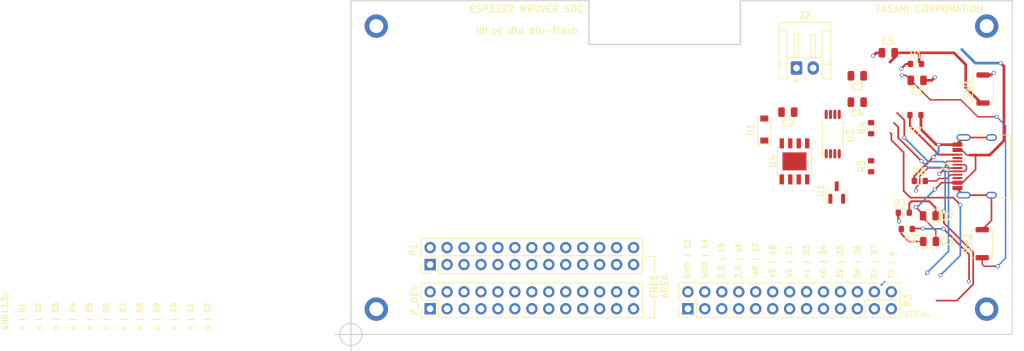
<source format=kicad_pcb>
(kicad_pcb (version 20211014) (generator pcbnew)
  (title_block (title "S2.1"))
  (layers (0 "F.Cu" signal) (1 "In1.Cu" signal) (2 "In2.Cu" signal) (31 "B.Cu" signal) (34 "B.Paste" user) (35 "F.Paste" user) (36 "B.SilkS" user "B.Silkscreen") (37 "F.SilkS" user "F.Silkscreen") (38 "B.Mask" user) (39 "F.Mask" user) (44 "Edge.Cuts" user))
  (net 0 "")
  (net 1 "GND")
  (net 2 "Net-(J1-PadA6)")
  (net 3 "Net-(J1-PadB5)")
  (net 5 "Net-(J1-PadA7)")
  (net 6 "Net-(J1-PadA5)")
  (net 8 "VBUS")
  (net 9 "BAT+")
  (net 10 "Net-(R4-Pad1)")
  (net 12 "BOOT_MODE")
  (net 13 "Net-(C5-Pad2)")
  (net 14 "Net-(R5-Pad1)")
  (net 15 "Net-(R2-Pad2)")
  (net 16 "Net-(R3-Pad2)")
  (net 18 "Net-(D3-Pad1)")
  (net 19 "Net-(D2-Pad1)")
  (net 20 "/3.3v")
  (net 21 "/IO01")
  (net 22 "/IO02")
  (net 23 "/IO03")
  (net 24 "/IO04")
  (net 25 "/IO05")
  (net 26 "/IO06")
  (net 27 "/IO07")
  (net 28 "/IO08")
  (net 29 "/IO09")
  (net 30 "/IO10")
  (net 31 "/IO11")
  (net 32 "/IO12")
  (net 33 "/IO13")
  (net 34 "/IO14")
  (net 35 "/IO15")
  (net 36 "/IO16")
  (net 37 "/IO17")
  (net 38 "/IO18")
  (net 39 "/IO21")
  (net 40 "/IO33")
  (net 41 "/IO34")
  (net 42 "/IO35")
  (net 43 "/IO36")
  (net 44 "/IO37")
  (net 45 "/IO38")
  (net 46 "/IO39")
  (net 47 "/IO40")
  (net 48 "/IO41")
  (net 49 "/IO42")
  (net 50 "/TX")
  (net 51 "/RX")
  (net 52 "/IO45")
  (net 53 "/IO46")
  (net 67 "VIN")
  (net 68 "Net-(D1-Pad1)")
  (footprint "Mounting_Holes:MountingHole_3-5mm" (layer "F.Cu") (at 191.76 117.33)
    (fp_text reference "MK2" hide)
    (fp_text value "Mounting_Hole" hide)
    (pad "" thru_hole circle locked (at 0 0) (size 3.5 3.5) (drill 2.1) (layers *.Cu *.Mask))
  )
  (footprint "Mounting_Holes:MountingHole_3-5mm" (layer "F.Cu") (at 100.32 117.33)
    (fp_text reference "MK1" hide)
    (fp_text value "Mounting_Hole" hide)
    (pad "" thru_hole circle locked (at 0 0) (size 3.5 3.5) (drill 2.1) (layers *.Cu *.Mask))
  )
  (footprint "Mounting_Holes:MountingHole_3-5mm" (layer "F.Cu") (at 100.32 74.93)
    (fp_text reference "MK2" hide)
    (fp_text value "Mounting_Hole" hide)
    (pad "" thru_hole circle locked (at 0 0) (size 3.5 3.5) (drill 2.1) (layers *.Cu *.Mask))
  )
  (footprint "Mounting_Holes:MountingHole_3-5mm" (layer "F.Cu") (at 191.77 74.93)
    (fp_text reference "MK3" hide)
    (fp_text value "Mounting_Hole" hide)
    (pad "" thru_hole circle locked (at 0 0) (size 3.5 3.5) (drill 2.1) (layers *.Cu *.Mask))
  )
  (footprint "Resistor_SMD:R_0603_1608Metric" (layer "F.Cu") (at 179.345 102.88 180)
    (fp_text reference "R2" (at -0.975 -3.875) (layer "F.SilkS"))
    (fp_text value "1K")
    (fp_line (start -0.237258 0.5225) (end 0.237258 0.5225) (layer "F.SilkS") (width 0.12))
    (fp_line (start -0.237258 -0.5225) (end 0.237258 -0.5225) (layer "F.SilkS") (width 0.12))
    (pad "1" smd roundrect (at -0.825 0 180) (size 0.8 0.95) (layers "F.Cu" "F.Paste" "F.Mask") (net 19 "Net-(D2-Pad1)"))
    (pad "2" smd roundrect (at 0.825 0 180) (size 0.8 0.95) (layers "F.Cu" "F.Paste" "F.Mask") (net 15 "Net-(R2-Pad2)"))
  )
  (footprint "Resistor_SMD:R_0603_1608Metric" (layer "F.Cu") (at 181.0875 88.255 180)
    (fp_text reference "R7" (at 0 -2.375) (layer "F.SilkS"))
    (fp_text value "5.1k")
    (fp_line (start -0.237258 0.5225) (end 0.237258 0.5225) (layer "F.SilkS") (width 0.12))
    (fp_line (start -0.237258 -0.5225) (end 0.237258 -0.5225) (layer "F.SilkS") (width 0.12))
    (pad "1" smd roundrect (at -0.825 0 180) (size 0.8 0.95) (layers "F.Cu" "F.Paste" "F.Mask") (net 1 "GND"))
    (pad "2" smd roundrect (at 0.825 0 180) (size 0.8 0.95) (layers "F.Cu" "F.Paste" "F.Mask") (net 3 "Net-(J1-PadB5)"))
  )
  (footprint "footprint:Alps_SKRK" (layer "F.Cu") (at 191.095 107.53 90)
    (fp_text reference "SW2" (at 0 -2.25 90) (layer "F.SilkS"))
    (fp_text value "BOOT")
    (fp_line (start 2.07 1.57) (end -2.07 1.57) (layer "F.SilkS") (width 0.12))
    (fp_line (start 2.07 -1.57) (end 2.07 -1.27) (layer "F.SilkS") (width 0.12))
    (fp_line (start -2.07 1.57) (end -2.07 1.27) (layer "F.SilkS") (width 0.12))
    (fp_line (start -2.07 -1.57) (end 2.07 -1.57) (layer "F.SilkS") (width 0.12))
    (fp_line (start 2.07 1.27) (end 2.07 1.57) (layer "F.SilkS") (width 0.12))
    (fp_line (start -2.07 -1.27) (end -2.07 -1.57) (layer "F.SilkS") (width 0.12))
    (pad "1" smd roundrect (at -2.1 0 90) (size 0.8 2) (layers "F.Cu" "F.Paste" "F.Mask") (net 12 "BOOT_MODE"))
    (pad "2" smd roundrect (at 2.1 0 90) (size 0.8 2) (layers "F.Cu" "F.Paste" "F.Mask") (net 1 "GND"))
  )
  (footprint "Diode_SMD:D_SOD-123" (layer "F.Cu") (at 158.445 90.43 90)
    (fp_text reference "D1" (at 0 -2 90) (layer "F.SilkS"))
    (fp_text value "D_Schottky")
    (fp_line (start -2.25 -1) (end -2.25 1) (layer "F.SilkS") (width 0.12))
    (fp_line (start -2.25 1) (end 1.65 1) (layer "F.SilkS") (width 0.12))
    (fp_line (start -2.25 -1) (end 1.65 -1) (layer "F.SilkS") (width 0.12))
    (pad "1" smd rect (at -1.65 0 90) (size 0.9 1.2) (layers "F.Cu" "F.Paste" "F.Mask") (net 68 "Net-(D1-Pad1)"))
    (pad "2" smd rect (at 1.65 0 90) (size 0.9 1.2) (layers "F.Cu" "F.Paste" "F.Mask") (net 8 "VBUS"))
  )
  (footprint "LED_SMD:LED_0805_2012Metric" (layer "F.Cu") (at 183.2075 107.205)
    (fp_text reference "D3" (at 2.6375 0.05) (layer "F.SilkS"))
    (fp_text value "RED")
    (fp_line (start -1.685 -0.96) (end -1.685 0.96) (layer "F.SilkS") (width 0.12))
    (fp_line (start 1 -0.96) (end -1.685 -0.96) (layer "F.SilkS") (width 0.12))
    (fp_line (start -1.685 0.96) (end 1 0.96) (layer "F.SilkS") (width 0.12))
    (pad "1" smd roundrect (at -0.9375 0) (size 0.975 1.4) (layers "F.Cu" "F.Paste" "F.Mask") (net 18 "Net-(D3-Pad1)"))
    (pad "2" smd roundrect (at 0.9375 0) (size 0.975 1.4) (layers "F.Cu" "F.Paste" "F.Mask") (net 68 "Net-(D1-Pad1)"))
  )
  (footprint "Resistor_SMD:R_0603_1608Metric" (layer "F.Cu") (at 174.445 90.23 90)
    (fp_text reference "R4" (at 0 -1.43 90) (layer "F.SilkS"))
    (fp_text value "400")
    (fp_line (start -0.237258 -0.5225) (end 0.237258 -0.5225) (layer "F.SilkS") (width 0.12))
    (fp_line (start -0.237258 0.5225) (end 0.237258 0.5225) (layer "F.SilkS") (width 0.12))
    (pad "1" smd roundrect (at -0.825 0 90) (size 0.8 0.95) (layers "F.Cu" "F.Paste" "F.Mask") (net 10 "Net-(R4-Pad1)"))
    (pad "2" smd roundrect (at 0.825 0 90) (size 0.8 0.95) (layers "F.Cu" "F.Paste" "F.Mask") (net 1 "GND"))
  )
  (footprint "Capacitor_SMD:C_0805_2012Metric" (layer "F.Cu") (at 172.37 86.3225 180)
    (fp_text reference "C4" (at 0 -1.68) (layer "F.SilkS"))
    (fp_text value "100nF")
    (fp_line (start -0.261252 0.735) (end 0.261252 0.735) (layer "F.SilkS") (width 0.12))
    (fp_line (start -0.261252 -0.735) (end 0.261252 -0.735) (layer "F.SilkS") (width 0.12))
    (pad "1" smd roundrect (at -0.95 0 180) (size 1 1.45) (layers "F.Cu" "F.Paste" "F.Mask") (net 1 "GND"))
    (pad "2" smd roundrect (at 0.95 0 180) (size 1 1.45) (layers "F.Cu" "F.Paste" "F.Mask") (net 9 "BAT+"))
  )
  (footprint "TP4056:TP4056_SOP-8-PP" (layer "F.Cu") (at 162.97 95.1975 90)
    (fp_text reference "U4" (at 0 -3.3 90) (layer "F.SilkS"))
    (fp_text value "TP4056")
    (fp_line (start -2.075 2.575) (end 2.075 2.575) (layer "F.SilkS") (width 0.15))
    (fp_line (start -2.075 -2.575) (end 2.075 -2.575) (layer "F.SilkS") (width 0.15))
    (fp_line (start -2.075 -2.375) (end -3.375 -2.375) (layer "F.SilkS") (width 0.15))
    (fp_line (start 2.075 2.575) (end 2.075 2.375) (layer "F.SilkS") (width 0.15))
    (fp_line (start 2.075 -2.575) (end 2.075 -2.375) (layer "F.SilkS") (width 0.15))
    (fp_line (start -2.075 2.575) (end -2.075 2.375) (layer "F.SilkS") (width 0.15))
    (fp_line (start -2.075 -2.575) (end -2.075 -2.375) (layer "F.SilkS") (width 0.15))
    (pad "1" smd rect (at -2.7 -1.905 90) (size 1.5 0.65) (layers "F.Cu" "F.Paste" "F.Mask") (net 1 "GND"))
    (pad "2" smd rect (at -2.7 -0.635 90) (size 1.5 0.65) (layers "F.Cu" "F.Paste" "F.Mask") (net 14 "Net-(R5-Pad1)"))
    (pad "3" smd rect (at -2.7 0.635 90) (size 1.5 0.65) (layers "F.Cu" "F.Paste" "F.Mask") (net 1 "GND"))
    (pad "4" smd rect (at -2.7 1.905 90) (size 1.5 0.65) (layers "F.Cu" "F.Paste" "F.Mask") (net 68 "Net-(D1-Pad1)"))
    (pad "5" smd rect (at 2.7 1.905 90) (size 1.5 0.65) (layers "F.Cu" "F.Paste" "F.Mask") (net 9 "BAT+"))
    (pad "6" smd rect (at 2.7 0.635 90) (size 1.5 0.65) (layers "F.Cu" "F.Paste" "F.Mask") (net 15 "Net-(R2-Pad2)"))
    (pad "7" smd rect (at 2.7 -0.635 90) (size 1.5 0.65) (layers "F.Cu" "F.Paste" "F.Mask") (net 16 "Net-(R3-Pad2)"))
    (pad "8" smd rect (at 2.7 -1.905 90) (size 1.5 0.65) (layers "F.Cu" "F.Paste" "F.Mask") (net 68 "Net-(D1-Pad1)"))
    (pad "9" smd rect (at 0 0 90) (size 2.7 3.6) (layers "F.Cu" "F.Paste" "F.Mask"))
  )
  (footprint "Package_TO_SOT_SMD:SOT-23" (layer "F.Cu") (at 169.295 99.8625 90)
    (fp_text reference "U1" (at 0.3 -2.4 90) (layer "F.SilkS"))
    (fp_text value "MCP1700-1202E_SOT23")
    (fp_line (start 0 -1.56) (end 0.65 -1.56) (layer "F.SilkS") (width 0.12))
    (fp_line (start 0 1.56) (end 0.65 1.56) (layer "F.SilkS") (width 0.12))
    (fp_line (start 0 1.56) (end -0.65 1.56) (layer "F.SilkS") (width 0.12))
    (fp_line (start 0 -1.56) (end -1.675 -1.56) (layer "F.SilkS") (width 0.12))
    (pad "1" smd roundrect (at -0.9375 -0.95 90) (size 1.475 0.6) (layers "F.Cu" "F.Paste" "F.Mask") (net 1 "GND"))
    (pad "2" smd roundrect (at -0.9375 0.95 90) (size 1.475 0.6) (layers "F.Cu" "F.Paste" "F.Mask") (net 20 "/3.3v"))
    (pad "3" smd roundrect (at 0.9375 0 90) (size 1.475 0.6) (layers "F.Cu" "F.Paste" "F.Mask") (net 67 "VIN"))
  )
  (footprint "LED_SMD:LED_0805_2012Metric" (layer "F.Cu") (at 183.1675 103.355 180)
    (fp_text reference "D2" (at -2.6775 -0.125) (layer "F.SilkS"))
    (fp_text value "GRE")
    (fp_line (start 1 -0.96) (end -1.685 -0.96) (layer "F.SilkS") (width 0.12))
    (fp_line (start -1.685 -0.96) (end -1.685 0.96) (layer "F.SilkS") (width 0.12))
    (fp_line (start -1.685 0.96) (end 1 0.96) (layer "F.SilkS") (width 0.12))
    (pad "1" smd roundrect (at -0.9375 0 180) (size 0.975 1.4) (layers "F.Cu" "F.Paste" "F.Mask") (net 19 "Net-(D2-Pad1)"))
    (pad "2" smd roundrect (at 0.9375 0 180) (size 0.975 1.4) (layers "F.Cu" "F.Paste" "F.Mask") (net 68 "Net-(D1-Pad1)"))
  )
  (footprint "Resistor_SMD:R_0603_1608Metric" (layer "F.Cu") (at 181.745 98.13)
    (fp_text reference "R6" (at 0 -1.43) (layer "F.SilkS"))
    (fp_text value "5.1k")
    (fp_line (start -0.237258 0.5225) (end 0.237258 0.5225) (layer "F.SilkS") (width 0.12))
    (fp_line (start -0.237258 -0.5225) (end 0.237258 -0.5225) (layer "F.SilkS") (width 0.12))
    (pad "1" smd roundrect (at -0.825 0) (size 0.8 0.95) (layers "F.Cu" "F.Paste" "F.Mask") (net 1 "GND"))
    (pad "2" smd roundrect (at 0.825 0) (size 0.8 0.95) (layers "F.Cu" "F.Paste" "F.Mask") (net 6 "Net-(J1-PadA5)"))
  )
  (footprint "Capacitor_SMD:C_0805_2012Metric" (layer "F.Cu") (at 181.345 83.055 180)
    (fp_text reference "C1" (at 0 -1.68) (layer "F.SilkS"))
    (fp_text value "0.1u")
    (fp_line (start -0.261252 -0.735) (end 0.261252 -0.735) (layer "F.SilkS") (width 0.12))
    (fp_line (start -0.261252 0.735) (end 0.261252 0.735) (layer "F.SilkS") (width 0.12))
    (pad "1" smd roundrect (at -0.95 0 180) (size 1 1.45) (layers "F.Cu" "F.Paste" "F.Mask") (net 1 "GND"))
    (pad "2" smd roundrect (at 0.95 0 180) (size 1 1.45) (layers "F.Cu" "F.Paste" "F.Mask") (net 12 "BOOT_MODE"))
  )
  (footprint "Resistor_SMD:R_0603_1608Metric" (layer "F.Cu") (at 181.17 80.605)
    (fp_text reference "R1" (at 0 -1.43) (layer "F.SilkS"))
    (fp_text value "10K")
    (fp_line (start -0.237258 -0.5225) (end 0.237258 -0.5225) (layer "F.SilkS") (width 0.12))
    (fp_line (start -0.237258 0.5225) (end 0.237258 0.5225) (layer "F.SilkS") (width 0.12))
    (pad "1" smd roundrect (at -0.825 0) (size 0.8 0.95) (layers "F.Cu" "F.Paste" "F.Mask") (net 20 "/3.3v"))
    (pad "2" smd roundrect (at 0.825 0) (size 0.8 0.95) (layers "F.Cu" "F.Paste" "F.Mask") (net 13 "Net-(C5-Pad2)"))
  )
  (footprint "Connector_JST:JST_EH_S2B-EH_1x02_P2.50mm_Horizontal" (layer "F.Cu") (at 163.27 81.205)
    (fp_text reference "J2" (at 1.25 -7.9) (layer "F.SilkS"))
    (fp_text value "Jack-DC")
    (fp_line (start 2.5 -1.59) (end 2.18 -1.59) (layer "F.SilkS") (width 0.12))
    (fp_line (start 5.11 -5.59) (end 3.89 -5.59) (layer "F.SilkS") (width 0.12))
    (fp_line (start -1.39 -0.59) (end -2.61 -0.59) (layer "F.SilkS") (width 0.12))
    (fp_line (start 2.82 -1.59) (end 2.5 -1.59) (layer "F.SilkS") (width 0.12))
    (fp_line (start -2.61 -5.59) (end -1.39 -5.59) (layer "F.SilkS") (width 0.12))
    (fp_line (start 0.32 -5.01) (end 0.32 -1.59) (layer "F.SilkS") (width 0.12))
    (fp_line (start 0 1.5) (end -0.3 2.1) (layer "F.SilkS") (width 0.12))
    (fp_line (start 2.82 -5.01) (end 2.82 -1.59) (layer "F.SilkS") (width 0.12))
    (fp_line (start 0.3 2.1) (end 0 1.5) (layer "F.SilkS") (width 0.12))
    (fp_line (start -1.39 -0.59) (end -1.39 1.61) (layer "F.SilkS") (width 0.12))
    (fp_line (start -0.32 -5.01) (end 0 -5.09) (layer "F.SilkS") (width 0.12))
    (fp_line (start -2.61 -6.81) (end 5.11 -6.81) (layer "F.SilkS") (width 0.12))
    (fp_line (start 0 -5.09) (end 0.32 -5.01) (layer "F.SilkS") (width 0.12))
    (fp_line (start -0.32 -1.59) (end -0.32 -5.01) (layer "F.SilkS") (width 0.12))
    (fp_line (start 5.11 -6.81) (end 5.11 1.61) (layer "F.SilkS") (width 0.12))
    (fp_line (start 3.89 1.61) (end 3.89 -0.59) (layer "F.SilkS") (width 0.12))
    (fp_line (start 5.11 1.61) (end 3.89 1.61) (layer "F.SilkS") (width 0.12))
    (fp_line (start -1.39 -1.59) (end 3.89 -1.59) (layer "F.SilkS") (width 0.12))
    (fp_line (start 3.89 -0.59) (end 5.11 -0.59) (layer "F.SilkS") (width 0.12))
    (fp_line (start 2.18 -1.59) (end 2.18 -5.01) (layer "F.SilkS") (width 0.12))
    (fp_line (start 2.18 -5.01) (end 2.5 -5.09) (layer "F.SilkS") (width 0.12))
    (fp_line (start 2.5 -5.09) (end 2.82 -5.01) (layer "F.SilkS") (width 0.12))
    (fp_line (start 0 -1.59) (end -0.32 -1.59) (layer "F.SilkS") (width 0.12))
    (fp_line (start 1.17 -0.59) (end 1.33 -0.59) (layer "F.SilkS") (width 0.12))
    (fp_line (start -1.39 1.61) (end -2.61 1.61) (layer "F.SilkS") (width 0.12))
    (fp_line (start -1.39 -5.59) (end -1.39 -0.59) (layer "F.SilkS") (width 0.12))
    (fp_line (start 0.32 -1.59) (end 0 -1.59) (layer "F.SilkS") (width 0.12))
    (fp_line (start -2.61 1.61) (end -2.61 -6.81) (layer "F.SilkS") (width 0.12))
    (fp_line (start -0.3 2.1) (end 0.3 2.1) (layer "F.SilkS") (width 0.12))
    (fp_line (start 3.89 -5.59) (end 3.89 -0.59) (layer "F.SilkS") (width 0.12))
    (pad "1" thru_hole roundrect (at 0 0) (size 1.7 2) (drill 1) (layers *.Cu *.Mask) (roundrect_rratio 0.147059) (net 1 "GND"))
    (pad "2" thru_hole oval (at 2.5 0) (size 1.7 2) (drill 1) (layers *.Cu *.Mask) (net 9 "BAT+"))
  )
  (footprint "footprint:Alps_SKRK" (layer "F.Cu") (at 191.22 84.355 90)
    (fp_text reference "SW1" (at 0 -2.25 90) (layer "F.SilkS"))
    (fp_text value "RESET")
    (fp_line (start -2.07 -1.27) (end -2.07 -1.57) (layer "F.SilkS") (width 0.12))
    (fp_line (start -2.07 -1.57) (end 2.07 -1.57) (layer "F.SilkS") (width 0.12))
    (fp_line (start 2.07 1.57) (end -2.07 1.57) (layer "F.SilkS") (width 0.12))
    (fp_line (start 2.07 -1.57) (end 2.07 -1.27) (layer "F.SilkS") (width 0.12))
    (fp_line (start -2.07 1.57) (end -2.07 1.27) (layer "F.SilkS") (width 0.12))
    (fp_line (start 2.07 1.27) (end 2.07 1.57) (layer "F.SilkS") (width 0.12))
    (pad "1" smd roundrect (at -2.1 0 90) (size 0.8 2) (layers "F.Cu" "F.Paste" "F.Mask") (net 13 "Net-(C5-Pad2)"))
    (pad "2" smd roundrect (at 2.1 0 90) (size 0.8 2) (layers "F.Cu" "F.Paste" "F.Mask") (net 1 "GND"))
  )
  (footprint "Connector_PinHeader_2.54mm:PinHeader_2x13_P2.54mm_Vertical" (layer "F.Cu") (at 108.38 117.28 90)
    (fp_text reference "P_DEV" (at 1.27 -2.33 90) (layer "F.SilkS"))
    (fp_text value "CONN_02X13")
    (fp_line (start 3.87 -1.33) (end 3.87 31.81) (layer "F.SilkS") (width 0.12))
    (fp_line (start -1.33 1.27) (end -1.33 31.81) (layer "F.SilkS") (width 0.12))
    (fp_line (start -1.33 -1.33) (end 0 -1.33) (layer "F.SilkS") (width 0.12))
    (fp_line (start -1.33 31.81) (end 3.87 31.81) (layer "F.SilkS") (width 0.12))
    (fp_line (start -1.33 1.27) (end 1.27 1.27) (layer "F.SilkS") (width 0.12))
    (fp_line (start -1.33 0) (end -1.33 -1.33) (layer "F.SilkS") (width 0.12))
    (fp_line (start 1.27 1.27) (end 1.27 -1.33) (layer "F.SilkS") (width 0.12))
    (fp_line (start 1.27 -1.33) (end 3.87 -1.33) (layer "F.SilkS") (width 0.12))
    (pad "1" thru_hole rect (at 0 0 90) (size 1.7 1.7) (drill 1) (layers *.Cu *.Mask))
    (pad "2" thru_hole oval (at 2.54 0 90) (size 1.7 1.7) (drill 1) (layers *.Cu *.Mask))
    (pad "3" thru_hole oval (at 0 2.54 90) (size 1.7 1.7) (drill 1) (layers *.Cu *.Mask))
    (pad "4" thru_hole oval (at 2.54 2.54 90) (size 1.7 1.7) (drill 1) (layers *.Cu *.Mask))
    (pad "5" thru_hole oval (at 0 5.08 90) (size 1.7 1.7) (drill 1) (layers *.Cu *.Mask))
    (pad "6" thru_hole oval (at 2.54 5.08 90) (size 1.7 1.7) (drill 1) (layers *.Cu *.Mask))
    (pad "7" thru_hole oval (at 0 7.62 90) (size 1.7 1.7) (drill 1) (layers *.Cu *.Mask))
    (pad "8" thru_hole oval (at 2.54 7.62 90) (size 1.7 1.7) (drill 1) (layers *.Cu *.Mask))
    (pad "9" thru_hole oval (at 0 10.16 90) (size 1.7 1.7) (drill 1) (layers *.Cu *.Mask))
    (pad "10" thru_hole oval (at 2.54 10.16 90) (size 1.7 1.7) (drill 1) (layers *.Cu *.Mask))
    (pad "11" thru_hole oval (at 0 12.7 90) (size 1.7 1.7) (drill 1) (layers *.Cu *.Mask))
    (pad "12" thru_hole oval (at 2.54 12.7 90) (size 1.7 1.7) (drill 1) (layers *.Cu *.Mask))
    (pad "13" thru_hole oval (at 0 15.24 90) (size 1.7 1.7) (drill 1) (layers *.Cu *.Mask))
    (pad "14" thru_hole oval (at 2.54 15.24 90) (size 1.7 1.7) (drill 1) (layers *.Cu *.Mask))
    (pad "15" thru_hole oval (at 0 17.78 90) (size 1.7 1.7) (drill 1) (layers *.Cu *.Mask))
    (pad "16" thru_hole oval (at 2.54 17.78 90) (size 1.7 1.7) (drill 1) (layers *.Cu *.Mask))
    (pad "17" thru_hole oval (at 0 20.32 90) (size 1.7 1.7) (drill 1) (layers *.Cu *.Mask))
    (pad "18" thru_hole oval (at 2.54 20.32 90) (size 1.7 1.7) (drill 1) (layers *.Cu *.Mask))
    (pad "19" thru_hole oval (at 0 22.86 90) (size 1.7 1.7) (drill 1) (layers *.Cu *.Mask))
    (pad "20" thru_hole oval (at 2.54 22.86 90) (size 1.7 1.7) (drill 1) (layers *.Cu *.Mask))
    (pad "21" thru_hole oval (at 0 25.4 90) (size 1.7 1.7) (drill 1) (layers *.Cu *.Mask))
    (pad "22" thru_hole oval (at 2.54 25.4 90) (size 1.7 1.7) (drill 1) (layers *.Cu *.Mask))
    (pad "23" thru_hole oval (at 0 27.94 90) (size 1.7 1.7) (drill 1) (layers *.Cu *.Mask))
    (pad "24" thru_hole oval (at 2.54 27.94 90) (size 1.7 1.7) (drill 1) (layers *.Cu *.Mask))
    (pad "25" thru_hole oval (at 0 30.48 90) (size 1.7 1.7) (drill 1) (layers *.Cu *.Mask))
    (pad "26" thru_hole oval (at 2.54 30.48 90) (size 1.7 1.7) (drill 1) (layers *.Cu *.Mask))
  )
  (footprint "footprint:USB_C_Receptacle_HRO_TYPE-C-31-M-12" (layer "F.Cu") (at 191.43 95.9425 90)
    (fp_text reference "J1" (at 0 -5.885 90) (layer "F.SilkS"))
    (fp_text value "USB_C_Receptacle_USB2.0")
    (fp_line (start -4.7 3.9) (end 4.7 3.9) (layer "F.SilkS") (width 0.12))
    (fp_line (start -4.7 -1.9) (end -4.7 0.1) (layer "F.SilkS") (width 0.12))
    (fp_line (start 4.7 2) (end 4.7 3.9) (layer "F.SilkS") (width 0.12))
    (fp_line (start -4.7 2) (end -4.7 3.9) (layer "F.SilkS") (width 0.12))
    (fp_line (start 4.7 -1.9) (end 4.7 0.1) (layer "F.SilkS") (width 0.12))
    (pad "" np_thru_hole circle (at 2.89 -2.6 90) (size 0.65 0.65) (drill 0.65) (layers *.Cu *.Mask))
    (pad "" np_thru_hole circle (at -2.89 -2.6 90) (size 0.65 0.65) (drill 0.65) (layers *.Cu *.Mask))
    (pad "A1" smd rect (at -3.25 -4.045 90) (size 0.6 1.45) (layers "F.Cu" "F.Paste" "F.Mask") (net 1 "GND"))
    (pad "A4" smd rect (at -2.45 -4.045 90) (size 0.6 1.45) (layers "F.Cu" "F.Paste" "F.Mask") (net 8 "VBUS"))
    (pad "A5" smd rect (at -1.25 -4.045 90) (size 0.3 1.45) (layers "F.Cu" "F.Paste" "F.Mask") (net 6 "Net-(J1-PadA5)"))
    (pad "A6" smd rect (at -0.25 -4.045 90) (size 0.3 1.45) (layers "F.Cu" "F.Paste" "F.Mask") (net 2 "Net-(J1-PadA6)"))
    (pad "A7" smd rect (at 0.25 -4.045 90) (size 0.3 1.45) (layers "F.Cu" "F.Paste" "F.Mask") (net 5 "Net-(J1-PadA7)"))
    (pad "A8" smd rect (at 1.25 -4.045 90) (size 0.3 1.45) (layers "F.Cu" "F.Paste" "F.Mask"))
    (pad "A9" smd rect (at 2.45 -4.045 90) (size 0.6 1.45) (layers "F.Cu" "F.Paste" "F.Mask") (net 8 "VBUS"))
    (pad "A12" smd rect (at 3.25 -4.045 90) (size 0.6 1.45) (layers "F.Cu" "F.Paste" "F.Mask") (net 1 "GND"))
    (pad "B1" smd rect (at 3.25 -4.045 90) (size 0.6 1.45) (layers "F.Cu" "F.Paste" "F.Mask") (net 1 "GND"))
    (pad "B4" smd rect (at 2.45 -4.045 90) (size 0.6 1.45) (layers "F.Cu" "F.Paste" "F.Mask") (net 8 "VBUS"))
    (pad "B5" smd rect (at 1.75 -4.045 90) (size 0.3 1.45) (layers "F.Cu" "F.Paste" "F.Mask") (net 3 "Net-(J1-PadB5)"))
    (pad "B6" smd rect (at 0.75 -4.045 90) (size 0.3 1.45) (layers "F.Cu" "F.Paste" "F.Mask") (net 2 "Net-(J1-PadA6)"))
    (pad "B7" smd rect (at -0.75 -4.045 90) (size 0.3 1.45) (layers "F.Cu" "F.Paste" "F.Mask") (net 5 "Net-(J1-PadA7)"))
    (pad "B8" smd rect (at -1.75 -4.045 90) (size 0.3 1.45) (layers "F.Cu" "F.Paste" "F.Mask"))
    (pad "B9" smd rect (at -2.45 -4.045 90) (size 0.6 1.45) (layers "F.Cu" "F.Paste" "F.Mask") (net 8 "VBUS"))
    (pad "B12" smd rect (at -3.25 -4.045 90) (size 0.6 1.45) (layers "F.Cu" "F.Paste" "F.Mask") (net 1 "GND"))
    (pad "S1" thru_hole oval (at -4.32 -3.13 90) (size 1 2.1) (drill oval 0.6 1.7) (layers *.Cu *.Mask) (net 1 "GND"))
    (pad "S1" thru_hole oval (at 4.32 1.05 90) (size 1 1.6) (drill oval 0.6 1.2) (layers *.Cu *.Mask) (net 1 "GND"))
    (pad "S1" thru_hole oval (at -4.32 1.05 90) (size 1 1.6) (drill oval 0.6 1.2) (layers *.Cu *.Mask) (net 1 "GND"))
    (pad "S1" thru_hole oval (at 4.32 -3.13 90) (size 1 2.1) (drill oval 0.6 1.7) (layers *.Cu *.Mask) (net 1 "GND"))
  )
  (footprint "Connector_PinHeader_2.54mm:PinHeader_2x13_P2.54mm_Vertical" (layer "F.Cu") (at 108.38 110.655 90)
    (fp_text reference "P1" (at 2.225 -2.51 90) (layer "F.SilkS"))
    (fp_text value "CONN_02X13")
    (fp_line (start 1.27 -1.33) (end 3.87 -1.33) (layer "F.SilkS") (width 0.12))
    (fp_line (start -1.33 0) (end -1.33 -1.33) (layer "F.SilkS") (width 0.12))
    (fp_line (start -1.33 -1.33) (end 0 -1.33) (layer "F.SilkS") (width 0.12))
    (fp_line (start -1.33 1.27) (end 1.27 1.27) (layer "F.SilkS") (width 0.12))
    (fp_line (start 1.27 1.27) (end 1.27 -1.33) (layer "F.SilkS") (width 0.12))
    (fp_line (start -1.33 31.81) (end 3.87 31.81) (layer "F.SilkS") (width 0.12))
    (fp_line (start -1.33 1.27) (end -1.33 31.81) (layer "F.SilkS") (width 0.12))
    (fp_line (start 3.87 -1.33) (end 3.87 31.81) (layer "F.SilkS") (width 0.12))
    (pad "1" thru_hole rect (at 0 0 90) (size 1.7 1.7) (drill 1) (layers *.Cu *.Mask) (net 1 "GND"))
    (pad "2" thru_hole oval (at 2.54 0 90) (size 1.7 1.7) (drill 1) (layers *.Cu *.Mask) (net 20 "/3.3v"))
    (pad "3" thru_hole oval (at 0 2.54 90) (size 1.7 1.7) (drill 1) (layers *.Cu *.Mask))
    (pad "4" thru_hole oval (at 2.54 2.54 90) (size 1.7 1.7) (drill 1) (layers *.Cu *.Mask) (net 21 "/IO01"))
    (pad "5" thru_hole oval (at 0 5.08 90) (size 1.7 1.7) (drill 1) (layers *.Cu *.Mask))
    (pad "6" thru_hole oval (at 2.54 5.08 90) (size 1.7 1.7) (drill 1) (layers *.Cu *.Mask) (net 22 "/IO02"))
    (pad "7" thru_hole oval (at 0 7.62 90) (size 1.7 1.7) (drill 1) (layers *.Cu *.Mask))
    (pad "8" thru_hole oval (at 2.54 7.62 90) (size 1.7 1.7) (drill 1) (layers *.Cu *.Mask) (net 23 "/IO03"))
    (pad "9" thru_hole oval (at 0 10.16 90) (size 1.7 1.7) (drill 1) (layers *.Cu *.Mask))
    (pad "10" thru_hole oval (at 2.54 10.16 90) (size 1.7 1.7) (drill 1) (layers *.Cu *.Mask) (net 24 "/IO04"))
    (pad "11" thru_hole oval (at 0 12.7 90) (size 1.7 1.7) (drill 1) (layers *.Cu *.Mask))
    (pad "12" thru_hole oval (at 2.54 12.7 90) (size 1.7 1.7) (drill 1) (layers *.Cu *.Mask) (net 25 "/IO05"))
    (pad "13" thru_hole oval (at 0 15.24 90) (size 1.7 1.7) (drill 1) (layers *.Cu *.Mask))
    (pad "14" thru_hole oval (at 2.54 15.24 90) (size 1.7 1.7) (drill 1) (layers *.Cu *.Mask) (net 26 "/IO06"))
    (pad "15" thru_hole oval (at 0 17.78 90) (size 1.7 1.7) (drill 1) (layers *.Cu *.Mask))
    (pad "16" thru_hole oval (at 2.54 17.78 90) (size 1.7 1.7) (drill 1) (layers *.Cu *.Mask) (net 27 "/IO07"))
    (pad "17" thru_hole oval (at 0 20.32 90) (size 1.7 1.7) (drill 1) (layers *.Cu *.Mask))
    (pad "18" thru_hole oval (at 2.54 20.32 90) (size 1.7 1.7) (drill 1) (layers *.Cu *.Mask) (net 28 "/IO08"))
    (pad "19" thru_hole oval (at 0 22.86 90) (size 1.7 1.7) (drill 1) (layers *.Cu *.Mask))
    (pad "20" thru_hole oval (at 2.54 22.86 90) (size 1.7 1.7) (drill 1) (layers *.Cu *.Mask) (net 29 "/IO09"))
    (pad "21" thru_hole oval (at 0 25.4 90) (size 1.7 1.7) (drill 1) (layers *.Cu *.Mask))
    (pad "22" thru_hole oval (at 2.54 25.4 90) (size 1.7 1.7) (drill 1) (layers *.Cu *.Mask) (net 30 "/IO10"))
    (pad "23" thru_hole oval (at 0 27.94 90) (size 1.7 1.7) (drill 1) (layers *.Cu *.Mask))
    (pad "24" thru_hole oval (at 2.54 27.94 90) (size 1.7 1.7) (drill 1) (layers *.Cu *.Mask) (net 31 "/IO11"))
    (pad "25" thru_hole oval (at 0 30.48 90) (size 1.7 1.7) (drill 1) (layers *.Cu *.Mask))
    (pad "26" thru_hole oval (at 2.54 30.48 90) (size 1.7 1.7) (drill 1) (layers *.Cu *.Mask) (net 32 "/IO12"))
  )
  (footprint "Capacitor_SMD:C_0805_2012Metric" (layer "F.Cu") (at 161.97 87.8225 180)
    (fp_text reference "C2" (at 0 -1.68) (layer "F.SilkS"))
    (fp_text value "100nF")
    (fp_line (start -0.261252 -0.735) (end 0.261252 -0.735) (layer "F.SilkS") (width 0.12))
    (fp_line (start -0.261252 0.735) (end 0.261252 0.735) (layer "F.SilkS") (width 0.12))
    (pad "1" smd roundrect (at -0.95 0 180) (size 1 1.45) (layers "F.Cu" "F.Paste" "F.Mask") (net 1 "GND"))
    (pad "2" smd roundrect (at 0.95 0 180) (size 1 1.45) (layers "F.Cu" "F.Paste" "F.Mask") (net 8 "VBUS"))
  )
  (footprint "Capacitor_SMD:C_0805_2012Metric" (layer "F.Cu") (at 177.02 78.93)
    (fp_text reference "C5" (at 0 -1.68) (layer "F.SilkS"))
    (fp_text value "0.1u")
    (fp_line (start -0.261252 0.735) (end 0.261252 0.735) (layer "F.SilkS") (width 0.12))
    (fp_line (start -0.261252 -0.735) (end 0.261252 -0.735) (layer "F.SilkS") (width 0.12))
    (pad "1" smd roundrect (at -0.95 0) (size 1 1.45) (layers "F.Cu" "F.Paste" "F.Mask") (net 1 "GND"))
    (pad "2" smd roundrect (at 0.95 0) (size 1 1.45) (layers "F.Cu" "F.Paste" "F.Mask") (net 13 "Net-(C5-Pad2)"))
  )
  (footprint "Resistor_SMD:R_0603_1608Metric" (layer "F.Cu") (at 174.445 95.93 90)
    (fp_text reference "R5" (at 0 -1.43 90) (layer "F.SilkS"))
    (fp_text value "6.8K")
    (fp_line (start -0.237258 -0.5225) (end 0.237258 -0.5225) (layer "F.SilkS") (width 0.12))
    (fp_line (start -0.237258 0.5225) (end 0.237258 0.5225) (layer "F.SilkS") (width 0.12))
    (pad "1" smd roundrect (at -0.825 0 90) (size 0.8 0.95) (layers "F.Cu" "F.Paste" "F.Mask") (net 14 "Net-(R5-Pad1)"))
    (pad "2" smd roundrect (at 0.825 0 90) (size 0.8 0.95) (layers "F.Cu" "F.Paste" "F.Mask") (net 1 "GND"))
  )
  (footprint "Connector_PinHeader_2.54mm:PinHeader_2x13_P2.54mm_Vertical" (layer "F.Cu") (at 147 117.28 90)
    (fp_text reference "P3" (at 1.275 32.945 90) (layer "F.SilkS"))
    (fp_text value "CONN_02X13")
    (fp_line (start 1.27 1.27) (end 1.27 -1.33) (layer "F.SilkS") (width 0.12))
    (fp_line (start -1.33 0) (end -1.33 -1.33) (layer "F.SilkS") (width 0.12))
    (fp_line (start -1.33 31.81) (end 3.87 31.81) (layer "F.SilkS") (width 0.12))
    (fp_line (start 3.87 -1.33) (end 3.87 31.81) (layer "F.SilkS") (width 0.12))
    (fp_line (start -1.33 1.27) (end 1.27 1.27) (layer "F.SilkS") (width 0.12))
    (fp_line (start -1.33 -1.33) (end 0 -1.33) (layer "F.SilkS") (width 0.12))
    (fp_line (start 1.27 -1.33) (end 3.87 -1.33) (layer "F.SilkS") (width 0.12))
    (fp_line (start -1.33 1.27) (end -1.33 31.81) (layer "F.SilkS") (width 0.12))
    (pad "1" thru_hole rect (at 0 0 90) (size 1.7 1.7) (drill 1) (layers *.Cu *.Mask) (net 1 "GND"))
    (pad "2" thru_hole oval (at 2.54 0 90) (size 1.7 1.7) (drill 1) (layers *.Cu *.Mask) (net 33 "/IO13"))
    (pad "3" thru_hole oval (at 0 2.54 90) (size 1.7 1.7) (drill 1) (layers *.Cu *.Mask) (net 1 "GND"))
    (pad "4" thru_hole oval (at 2.54 2.54 90) (size 1.7 1.7) (drill 1) (layers *.Cu *.Mask) (net 34 "/IO14"))
    (pad "5" thru_hole oval (at 0 5.08 90) (size 1.7 1.7) (drill 1) (layers *.Cu *.Mask) (net 20 "/3.3v"))
    (pad "6" thru_hole oval (at 2.54 5.08 90) (size 1.7 1.7) (drill 1) (layers *.Cu *.Mask) (net 35 "/IO15"))
    (pad "7" thru_hole oval (at 0 7.62 90) (size 1.7 1.7) (drill 1) (layers *.Cu *.Mask) (net 20 "/3.3v"))
    (pad "8" thru_hole oval (at 2.54 7.62 90) (size 1.7 1.7) (drill 1) (layers *.Cu *.Mask) (net 36 "/IO16"))
    (pad "9" thru_hole oval (at 0 10.16 90) (size 1.7 1.7) (drill 1) (layers *.Cu *.Mask) (net 53 "/IO46"))
    (pad "10" thru_hole oval (at 2.54 10.16 90) (size 1.7 1.7) (drill 1) (layers *.Cu *.Mask) (net 37 "/IO17"))
    (pad "11" thru_hole oval (at 0 12.7 90) (size 1.7 1.7) (drill 1) (layers *.Cu *.Mask) (net 52 "/IO45"))
    (pad "12" thru_hole oval (at 2.54 12.7 90) (size 1.7 1.7) (drill 1) (layers *.Cu *.Mask) (net 38 "/IO18"))
    (pad "13" thru_hole oval (at 0 15.24 90) (size 1.7 1.7) (drill 1) (layers *.Cu *.Mask) (net 49 "/IO42"))
    (pad "14" thru_hole oval (at 2.54 15.24 90) (size 1.7 1.7) (drill 1) (layers *.Cu *.Mask) (net 39 "/IO21"))
    (pad "15" thru_hole oval (at 0 17.78 90) (size 1.7 1.7) (drill 1) (layers *.Cu *.Mask) (net 48 "/IO41"))
    (pad "16" thru_hole oval (at 2.54 17.78 90) (size 1.7 1.7) (drill 1) (layers *.Cu *.Mask) (net 40 "/IO33"))
    (pad "17" thru_hole oval (at 0 20.32 90) (size 1.7 1.7) (drill 1) (layers *.Cu *.Mask) (net 47 "/IO40"))
    (pad "18" thru_hole oval (at 2.54 20.32 90) (size 1.7 1.7) (drill 1) (layers *.Cu *.Mask) (net 41 "/IO34"))
    (pad "19" thru_hole oval (at 0 22.86 90) (size 1.7 1.7) (drill 1) (layers *.Cu *.Mask) (net 46 "/IO39"))
    (pad "20" thru_hole oval (at 2.54 22.86 90) (size 1.7 1.7) (drill 1) (layers *.Cu *.Mask) (net 42 "/IO35"))
    (pad "21" thru_hole oval (at 0 25.4 90) (size 1.7 1.7) (drill 1) (layers *.Cu *.Mask) (net 45 "/IO38"))
    (pad "22" thru_hole oval (at 2.54 25.4 90) (size 1.7 1.7) (drill 1) (layers *.Cu *.Mask) (net 43 "/IO36"))
    (pad "23" thru_hole oval (at 0 27.94 90) (size 1.7 1.7) (drill 1) (layers *.Cu *.Mask) (net 51 "/RX"))
    (pad "24" thru_hole oval (at 2.54 27.94 90) (size 1.7 1.7) (drill 1) (layers *.Cu *.Mask) (net 44 "/IO37"))
    (pad "25" thru_hole oval (at 0 30.48 90) (size 1.7 1.7) (drill 1) (layers *.Cu *.Mask) (net 50 "/TX"))
    (pad "26" thru_hole oval (at 2.54 30.48 90) (size 1.7 1.7) (drill 1) (layers *.Cu *.Mask))
  )
  (footprint "Resistor_SMD:R_0603_1608Metric" (layer "F.Cu") (at 179.795 105.33)
    (fp_text reference "R3" (at -1.05 -3.875) (layer "F.SilkS"))
    (fp_text value "1K")
    (fp_line (start -0.237258 -0.5225) (end 0.237258 -0.5225) (layer "F.SilkS") (width 0.12))
    (fp_line (start -0.237258 0.5225) (end 0.237258 0.5225) (layer "F.SilkS") (width 0.12))
    (pad "1" smd roundrect (at -0.825 0) (size 0.8 0.95) (layers "F.Cu" "F.Paste" "F.Mask") (net 18 "Net-(D3-Pad1)"))
    (pad "2" smd roundrect (at 0.825 0) (size 0.8 0.95) (layers "F.Cu" "F.Paste" "F.Mask") (net 16 "Net-(R3-Pad2)"))
  )
  (footprint "Capacitor_SMD:C_0805_2012Metric" (layer "F.Cu") (at 172.37 82.3725 180)
    (fp_text reference "C3" (at 0 -1.68) (layer "F.SilkS"))
    (fp_text value "100nF")
    (fp_line (start -0.261252 0.735) (end 0.261252 0.735) (layer "F.SilkS") (width 0.12))
    (fp_line (start -0.261252 -0.735) (end 0.261252 -0.735) (layer "F.SilkS") (width 0.12))
    (pad "1" smd roundrect (at -0.95 0 180) (size 1 1.45) (layers "F.Cu" "F.Paste" "F.Mask") (net 1 "GND"))
    (pad "2" smd roundrect (at 0.95 0 180) (size 1 1.45) (layers "F.Cu" "F.Paste" "F.Mask") (net 9 "BAT+"))
  )
  (footprint "footprint:TPS2113APW" (layer "F.Cu") (at 168.695 91.105 90)
    (fp_text reference "U3" (at -0.3 2.6 90) (layer "F.SilkS"))
    (fp_text value "TPS2113APW" hide)
    (fp_line (start -1.849999 1.549997) (end 1.849999 1.549997) (layer "F.SilkS") (width 0.1524))
    (fp_line (start -3.400001 -1.550002) (end 1.849999 -1.550002) (layer "F.SilkS") (width 0.1524))
    (pad "1" smd oval (at -2.950002 -0.974999 180) (size 0.449999 1.4) (layers "F.Cu" "F.Paste" "F.Mask"))
    (pad "2" smd oval (at -2.950002 -0.324998 180) (size 0.449999 1.4) (layers "F.Cu" "F.Paste" "F.Mask") (net 1 "GND"))
    (pad "3" smd oval (at -2.950002 0.325001 180) (size 0.449999 1.4) (layers "F.Cu" "F.Paste" "F.Mask") (net 8 "VBUS"))
    (pad "4" smd oval (at -2.950002 0.975002 180) (size 0.449999 1.4) (layers "F.Cu" "F.Paste" "F.Mask") (net 10 "Net-(R4-Pad1)"))
    (pad "5" smd oval (at 2.949999 0.975002 180) (size 0.449999 1.4) (layers "F.Cu" "F.Paste" "F.Mask") (net 1 "GND"))
    (pad "6" smd oval (at 2.949999 0.325001 180) (size 0.449999 1.4) (layers "F.Cu" "F.Paste" "F.Mask") (net 9 "BAT+"))
    (pad "7" smd oval (at 2.949999 -0.324998 180) (size 0.449999 1.4) (layers "F.Cu" "F.Paste" "F.Mask") (net 67 "VIN"))
    (pad "8" smd oval (at 2.949999 -0.974999 180) (size 0.449999 1.4) (layers "F.Cu" "F.Paste" "F.Mask") (net 8 "VBUS"))
  )
  (gr_line (start 173.57 115.93) (end 173.57 118.33) (layer "F.SilkS") (width 0.15))
  (gr_line (start 110.12 109.33) (end 139.77 109.33) (layer "F.SilkS") (width 0.15))
  (gr_line (start 141.97 116.0925) (end 141.97 118.5675) (layer "F.SilkS") (width 0.15))
  (gr_line (start 141.97 109.43) (end 141.97 111.905) (layer "F.SilkS") (width 0.15))
  (gr_line (start 140.77 109.43) (end 141.97 109.43) (layer "F.SilkS") (width 0.15))
  (gr_line (start 178.495 115.93) (end 173.57 115.93) (layer "F.SilkS") (width 0.15))
  (gr_line (start 140.745 118.605) (end 141.945 118.605) (layer "F.SilkS") (width 0.15))
  (gr_line (start 154.845 71.12) (end 195.58 71.12) (layer "Edge.Cuts") (width 0.2))
  (gr_line (start 132.17 71.12) (end 96.5325 71.12) (layer "Edge.Cuts") (width 0.15))
  (gr_line (start 96.52 121.12) (end 195.58 121.12) (layer "Edge.Cuts") (width 0.15))
  (gr_line (start 132.17 77.61) (end 132.17 71.12) (layer "Edge.Cuts") (width 0.2))
  (gr_line (start 132.17 77.68) (end 154.845 77.68) (layer "Edge.Cuts") (width 0.2))
  (gr_line (start 195.58 121.12) (end 195.58 71.12) (layer "Edge.Cuts") (width 0.15))
  (gr_line (start 96.52 71.12) (end 96.52 121.12) (layer "Edge.Cuts") (width 0.15))
  (gr_line (start 154.845 77.68) (end 154.845 71.12) (layer "Edge.Cuts") (width 0.2))
  (gr_text "x | 09" (at 67.413747 118.435953 90) (layer "F.SilkS") (effects (font (size 0.8 0.8))))
  (gr_text "x | 10" (at 69.94083 118.435953 90) (layer "F.SilkS") (effects (font (size 0.8 0.8))))
  (gr_text "RX | 37" (at 174.924163 110.221667 90) (layer "F.SilkS") (effects (font (size 0.8 0.8))))
  (gr_text "x | 01" (at 47.197083 118.435953 90) (layer "F.SilkS") (effects (font (size 0.8 0.8))))
  (gr_text "42 | 21" (at 162.194998 110.240715 90) (layer "F.SilkS") (effects (font (size 0.8 0.8))))
  (gr_text "3.3 | 16" (at 154.557499 110.050238 90) (layer "F.SilkS") (effects (font (size 0.8 0.8))))
  (gr_text "x | 07" (at 62.359581 118.435953 90) (layer "F.SilkS") (effects (font (size 0.8 0.8))))
  (gr_text "SERIAL" (at 181.42 118.13) (layer "F.SilkS") (effects (font (size 0.8 0.8) (thickness 0.1))))
  (gr_text "x | 03" (at 52.251249 118.435953 90) (layer "F.SilkS") (effects (font (size 0.8 0.8))))
  (gr_text "x | 02" (at 49.724166 118.435953 90) (layer "F.SilkS") (effects (font (size 0.8 0.8))))
  (gr_text "GND | 13" (at 146.92 109.783572 90) (layer "F.SilkS") (effects (font (size 0.8 0.8))))
  (gr_text "GND | 14" (at 149.465833 109.783572 90) (layer "F.SilkS") (effects (font (size 0.8 0.8))))
  (gr_text "3.3 | 15" (at 152.011666 110.050238 90) (layer "F.SilkS") (effects (font (size 0.8 0.8))))
  (gr_text "x | 08" (at 64.886664 118.435953 90) (layer "F.SilkS") (effects (font (size 0.8 0.8))))
  (gr_text "38 | 36" (at 172.37833 110.240715 90) (layer "F.SilkS") (effects (font (size 0.8 0.8))))
  (gr_text "39 | 35" (at 169.832497 110.240715 90) (layer "F.SilkS") (effects (font (size 0.8 0.8))))
  (gr_text "x | 12" (at 74.995 118.435953 90) (layer "F.SilkS") (effects (font (size 0.8 0.8))))
  (gr_text "ESP32S2 WROVER SOC\n\nidf.py dfu dfu-flash" (at 122.845 73.98) (layer "F.SilkS") (effects (font (size 1 1))))
  (gr_text "TX | x" (at 177.47 110.755 90) (layer "F.SilkS") (effects (font (size 0.8 0.8))))
  (gr_text "FASANI CORPORATION" (at 183.22 72.37) (layer "F.SilkS") (effects (font (size 1 1))))
  (gr_text "x | 05" (at 57.305415 118.435953 90) (layer "F.SilkS") (effects (font (size 0.8 0.8))))
  (gr_text "45 | 18" (at 159.649165 110.240715 90) (layer "F.SilkS") (effects (font (size 0.8 0.8))))
  (gr_text "FREE\nAREA" (at 142.77 113.955 90) (layer "F.SilkS") (effects (font (size 1 1))))
  (gr_text "x | 04" (at 54.778332 118.435953 90) (layer "F.SilkS") (effects (font (size 0.8 0.8))))
  (gr_text "40 | 34" (at 167.286664 110.240715 90) (layer "F.SilkS") (effects (font (size 0.8 0.8))))
  (gr_text "x | 06" (at 59.832498 118.435953 90) (layer "F.SilkS") (effects (font (size 0.8 0.8))))
  (gr_text "GND|3.3v" (at 44.67 117.655 90) (layer "F.SilkS") (effects (font (size 0.8 0.8))))
  (gr_text "41 | 33" (at 164.740831 110.240715 90) (layer "F.SilkS") (effects (font (size 0.8 0.8))))
  (gr_text "x | 11" (at 72.467913 118.435953 90) (layer "F.SilkS") (effects (font (size 0.8 0.8))))
  (gr_text "I46 | 17" (at 157.103332 110.050238 90) (layer "F.SilkS") (effects (font (size 0.8 0.8))))
  (target plus (at 96.51 121.14) (size 5) (width 0.15) (layer "Edge.Cuts"))
  (segment (start 188.3 100.2625) (end 192.48 100.2625) (width 0.25) (layer "F.Cu") (net 1))
  (segment (start 180.92 98.13) (end 180.92 97.405) (width 0.3) (layer "F.Cu") (net 1))
  (segment (start 180.92 97.405) (end 183.77 94.555) (width 0.3) (layer "F.Cu") (net 1))
  (segment (start 184.2075 92.6925) (end 184.5575 92.6925) (width 0.4) (layer "F.Cu") (net 1))
  (segment (start 181.9125 90.3975) (end 184.2075 92.6925) (width 0.4) (layer "F.Cu") (net 1))
  (segment (start 192.48 91.6225) (end 188.3 91.6225) (width 0.25) (layer "F.Cu") (net 1))
  (segment (start 191.22 82.255) (end 192.495 82.255) (width 0.4) (layer "F.Cu") (net 1))
  (segment (start 187.385 99.1925) (end 187.385 99.3475) (width 0.3) (layer "F.Cu") (net 1))
  (segment (start 187.385 92.6925) (end 187.385 92.5375) (width 0.4) (layer "F.Cu") (net 1))
  (segment (start 192.48 100.2625) (end 192.48 104.045) (width 0.25) (layer "F.Cu") (net 1))
  (segment (start 175.22 78.93) (end 174.77 79.38) (width 0.4) (layer "F.Cu") (net 1))
  (segment (start 187.385 99.3475) (end 188.3 100.2625) (width 0.3) (layer "F.Cu") (net 1))
  (segment (start 181.9125 88.255) (end 181.9125 90.3975) (width 0.4) (layer "F.Cu") (net 1))
  (segment (start 182.295 83.055) (end 183.545 83.055) (width 0.4) (layer "F.Cu") (net 1))
  (segment (start 192.495 82.255) (end 192.82 81.93) (width 0.4) (layer "F.Cu") (net 1))
  (segment (start 176.07 78.93) (end 175.22 78.93) (width 0.4) (layer "F.Cu") (net 1))
  (segment (start 183.545 83.055) (end 183.995 82.605) (width 0.4) (layer "F.Cu") (net 1))
  (segment (start 184.5575 92.6925) (end 187.385 92.6925) (width 0.4) (layer "F.Cu") (net 1))
  (segment (start 192.48 104.045) (end 191.095 105.43) (width 0.25) (layer "F.Cu") (net 1))
  (segment (start 187.385 92.5375) (end 188.3 91.6225) (width 0.4) (layer "F.Cu") (net 1))
  (via (at 192.82 81.93) (size 0.6) (drill 0.4) (layers "F.Cu" "B.Cu") (net 1))
  (via (at 174.77 79.38) (size 0.6) (drill 0.4) (layers "F.Cu" "B.Cu") (net 1))
  (via (at 183.77 94.555) (size 0.6) (drill 0.4) (layers "F.Cu" "B.Cu") (net 1))
  (via (at 183.995 82.605) (size 0.6) (drill 0.4) (layers "F.Cu" "B.Cu") (net 1))
  (via (at 184.5575 92.6925) (size 0.6) (drill 0.4) (layers "F.Cu" "B.Cu") (net 1))
  (segment (start 183.77 94.555) (end 184.5575 93.7675) (width 0.3) (layer "B.Cu") (net 1))
  (segment (start 184.5575 93.7675) (end 184.5575 92.6925) (width 0.3) (layer "B.Cu") (net 1))
  (segment (start 182.9575 96.1925) (end 185.5825 96.1925) (width 0.2) (layer "F.Cu") (net 2))
  (segment (start 181.745 97.405) (end 182.9575 96.1925) (width 0.2) (layer "F.Cu") (net 2))
  (segment (start 185.8075 95.1925) (end 185.5825 95.4175) (width 0.2) (layer "F.Cu") (net 2))
  (segment (start 187.385 95.1925) (end 185.8075 95.1925) (width 0.2) (layer "F.Cu") (net 2))
  (segment (start 185.5825 95.4175) (end 185.5825 96.1925) (width 0.2) (layer "F.Cu") (net 2))
  (segment (start 181.17 99.105) (end 181.745 98.53) (width 0.2) (layer "F.Cu") (net 2))
  (segment (start 185.5825 96.1925) (end 187.385 96.1925) (width 0.2) (layer "F.Cu") (net 2))
  (segment (start 181.17 99.58) (end 181.17 99.105) (width 0.2) (layer "F.Cu") (net 2))
  (segment (start 181.745 98.53) (end 181.745 97.405) (width 0.2) (layer "F.Cu") (net 2))
  (via (at 181.17 99.58) (size 0.6) (drill 0.4) (layers "F.Cu" "B.Cu") (net 2))
  (segment (start 187.385 94.1925) (end 184.5825 94.1925) (width 0.3) (layer "F.Cu") (net 3))
  (segment (start 184.5825 94.1925) (end 180.2625 89.8725) (width 0.3) (layer "F.Cu") (net 3))
  (segment (start 180.2625 89.8725) (end 180.2625 88.255) (width 0.3) (layer "F.Cu") (net 3))
  (segment (start 188.72 95.905) (end 188.72 96.48) (width 0.2) (layer "F.Cu") (net 5))
  (segment (start 188.72 96.48) (end 188.5075 96.6925) (width 0.2) (layer "F.Cu") (net 5))
  (segment (start 187.385 95.6925) (end 188.5075 95.6925) (width 0.2) (layer "F.Cu") (net 5))
  (segment (start 188.5075 96.6925) (end 187.385 96.6925) (width 0.2) (layer "F.Cu") (net 5))
  (segment (start 185.0575 96.6925) (end 184.67 97.08) (width 0.2) (layer "F.Cu") (net 5))
  (segment (start 187.385 96.6925) (end 185.0575 96.6925) (width 0.2) (layer "F.Cu") (net 5))
  (segment (start 188.5075 95.6925) (end 188.72 95.905) (width 0.2) (layer "F.Cu") (net 5))
  (via (at 184.67 97.08) (size 0.6) (drill 0.4) (layers "F.Cu" "B.Cu") (net 5))
  (segment (start 184.595 97.755) (end 185.82 97.755) (width 0.2) (layer "F.Cu") (net 6))
  (segment (start 185.82 97.755) (end 186.3825 97.1925) (width 0.2) (layer "F.Cu") (net 6))
  (segment (start 182.57 98.13) (end 184.22 98.13) (width 0.2) (layer "F.Cu") (net 6))
  (segment (start 186.3825 97.1925) (end 187.385 97.1925) (width 0.2) (layer "F.Cu") (net 6))
  (segment (start 184.22 98.13) (end 184.595 97.755) (width 0.2) (layer "F.Cu") (net 6))
  (segment (start 185.0075 98.3925) (end 183.995 99.405) (width 0.25) (layer "F.Cu") (net 8))
  (segment (start 187.385 98.3925) (end 185.0075 98.3925) (width 0.25) (layer "F.Cu") (net 8))
  (segment (start 182.23 103.355) (end 182.23 103.665) (width 0.2) (layer "F.Cu") (net 8))
  (segment (start 184.145 105.58) (end 184.145 107.205) (width 0.2) (layer "F.Cu") (net 8))
  (segment (start 188.795 94.255) (end 189.195 94.255) (width 0.2) (layer "F.Cu") (net 8))
  (segment (start 190.095 94.255) (end 189.195 94.255) (width 0.4) (layer "F.Cu") (net 8))
  (segment (start 190.245 94.255) (end 190.095 94.255) (width 0.4) (layer "F.Cu") (net 8))
  (segment (start 187.385 93.4925) (end 188.0325 93.4925) (width 0.2) (layer "F.Cu") (net 8))
  (segment (start 188.0325 93.4925) (end 188.795 94.255) (width 0.2) (layer "F.Cu") (net 8))
  (segment (start 194.345 80.955) (end 193.87 80.48) (width 0.4) (layer "F.Cu") (net 8))
  (segment (start 182.23 103.14) (end 182.23 103.355) (width 0.25) (layer "F.Cu") (net 8))
  (segment (start 188.1325 98.3925) (end 190.095 96.43) (width 0.25) (layer "F.Cu") (net 8))
  (segment (start 194.345 92.105) (end 192.195 94.255) (width 0.4) (layer "F.Cu") (net 8))
  (segment (start 187.385 98.3925) (end 188.1325 98.3925) (width 0.25) (layer "F.Cu") (net 8))
  (segment (start 190.095 96.43) (end 190.095 94.255) (width 0.25) (layer "F.Cu") (net 8))
  (segment (start 181.145 102.055) (end 182.23 103.14) (width 0.25) (layer "F.Cu") (net 8))
  (segment (start 182.23 103.665) (end 184.145 105.58) (width 0.2) (layer "F.Cu") (net 8))
  (segment (start 194.345 92.105) (end 194.345 80.955) (width 0.4) (layer "F.Cu") (net 8))
  (segment (start 192.195 94.255) (end 190.245 94.255) (width 0.4) (layer "F.Cu") (net 8))
  (via (at 181.145 102.055) (size 0.6) (drill 0.4) (layers "F.Cu" "B.Cu") (net 8))
  (via (at 193.87 80.48) (size 0.6) (drill 0.4) (layers "F.Cu" "B.Cu") (net 8))
  (via (at 183.995 99.405) (size 0.6) (drill 0.4) (layers "F.Cu" "B.Cu") (net 8))
  (segment (start 181.345 102.055) (end 181.145 102.055) (width 0.25) (layer "B.Cu") (net 8))
  (segment (start 190.07 80.48) (end 193.87 80.48) (width 0.4) (layer "B.Cu") (net 8))
  (segment (start 183.995 99.405) (end 181.345 102.055) (width 0.25) (layer "B.Cu") (net 8))
  (segment (start 188.02 78.43) (end 190.07 80.48) (width 0.4) (layer "B.Cu") (net 8))
  (segment (start 187.895 85.98) (end 190.37 88.455) (width 0.2) (layer "F.Cu") (net 12))
  (segment (start 183.32 85.98) (end 186.42 85.98) (width 0.2) (layer "F.Cu") (net 12))
  (segment (start 179.045 82.305) (end 179.645 82.305) (width 0.2) (layer "F.Cu") (net 12))
  (segment (start 183.095 85.755) (end 183.32 85.98) (width 0.2) (layer "F.Cu") (net 12))
  (segment (start 182.195 84.855) (end 182.77 85.43) (width 0.2) (layer "F.Cu") (net 12))
  (segment (start 179.645 82.305) (end 180.395 83.055) (width 0.2) (layer "F.Cu") (net 12))
  (segment (start 193.395 110.905) (end 191.37 110.905) (width 0.2) (layer "F.Cu") (net 12))
  (segment (start 182.77 85.43) (end 183.095 85.755) (width 0.2) (layer "F.Cu") (net 12))
  (segment (start 186.42 85.98) (end 187.895 85.98) (width 0.2) (layer "F.Cu") (net 12))
  (segment (start 191.095 110.63) (end 191.095 109.63) (width 0.2) (layer "F.Cu") (net 12))
  (segment (start 180.495 83.155) (end 182.195 84.855) (width 0.2) (layer "F.Cu") (net 12))
  (segment (start 190.445 88.53) (end 193.27 88.53) (width 0.2) (layer "F.Cu") (net 12))
  (segment (start 180.395 83.055) (end 180.495 83.155) (width 0.2) (layer "F.Cu") (net 12))
  (segment (start 190.37 88.455) (end 190.445 88.53) (width 0.2) (layer "F.Cu") (net 12))
  (segment (start 191.37 110.905) (end 191.095 110.63) (width 0.2) (layer "F.Cu") (net 12))
  (via (at 179.045 82.305) (size 0.6) (drill 0.4) (layers "F.Cu" "B.Cu") (net 12))
  (via (at 193.27 88.53) (size 0.6) (drill 0.4) (layers "F.Cu" "B.Cu") (net 12))
  (via (at 193.395 110.905) (size 0.6) (drill 0.4) (layers "F.Cu" "B.Cu") (net 12))
  (segment (start 194.595 109.705) (end 193.395 110.905) (width 0.2) (layer "B.Cu") (net 12))
  (segment (start 193.27 88.53) (end 194.595 89.855) (width 0.2) (layer "B.Cu") (net 12))
  (segment (start 194.595 89.855) (end 194.595 109.705) (width 0.2) (layer "B.Cu") (net 12))
  (segment (start 177.97 78.93) (end 181.645 78.93) (width 0.4) (layer "F.Cu") (net 13))
  (segment (start 188.62 84.13) (end 190.945 86.455) (width 0.4) (layer "F.Cu") (net 13))
  (segment (start 188.62 80.705) (end 188.62 84.13) (width 0.4) (layer "F.Cu") (net 13))
  (segment (start 181.645 80.255) (end 181.995 80.605) (width 0.4) (layer "F.Cu") (net 13))
  (segment (start 186.845 78.93) (end 188.62 80.705) (width 0.4) (layer "F.Cu") (net 13))
  (segment (start 181.645 78.93) (end 186.845 78.93) (width 0.4) (layer "F.Cu") (net 13))
  (segment (start 190.945 86.455) (end 191.22 86.455) (width 0.4) (layer "F.Cu") (net 13))
  (segment (start 177.27 80.33) (end 177.97 79.63) (width 0.4) (layer "F.Cu") (net 13))
  (segment (start 181.645 78.93) (end 181.645 80.255) (width 0.4) (layer "F.Cu") (net 13))
  (segment (start 177.97 79.63) (end 177.97 78.93) (width 0.4) (layer "F.Cu") (net 13))
  (segment (start 178.52 104.08) (end 178.62 104.18) (width 0.3) (layer "F.Cu") (net 15))
  (segment (start 178.52 102.88) (end 178.52 104.08) (width 0.3) (layer "F.Cu") (net 15))
  (via (at 178.62 104.18) (size 0.6) (drill 0.4) (layers "F.Cu" "B.Cu") (net 15))
  (segment (start 178.62 104.18) (end 178.62 104.405) (width 0.3) (layer "B.Cu") (net 15))
  (segment (start 189.12 109.13) (end 185.295 105.305) (width 0.25) (layer "F.Cu") (net 16))
  (segment (start 180.695 105.255) (end 180.62 105.33) (width 0.25) (layer "F.Cu") (net 16))
  (segment (start 182.17 105.255) (end 180.695 105.255) (width 0.25) (layer "F.Cu") (net 16))
  (segment (start 189.12 113.155) (end 189.12 109.13) (width 0.25) (layer "F.Cu") (net 16))
  (via (at 182.17 105.255) (size 0.6) (drill 0.4) (layers "F.Cu" "B.Cu") (net 16))
  (via (at 189.12 113.155) (size 0.6) (drill 0.4) (layers "F.Cu" "B.Cu") (net 16))
  (via (at 185.295 105.305) (size 0.6) (drill 0.4) (layers "F.Cu" "B.Cu") (net 16))
  (segment (start 185.295 105.305) (end 182.22 105.305) (width 0.25) (layer "B.Cu") (net 16))
  (segment (start 182.22 105.305) (end 182.17 105.255) (width 0.25) (layer "B.Cu") (net 16))
  (segment (start 178.97 105.33) (end 178.97 106.055) (width 0.25) (layer "F.Cu") (net 18))
  (segment (start 178.97 106.055) (end 180.12 107.205) (width 0.25) (layer "F.Cu") (net 18))
  (segment (start 180.12 107.205) (end 182.27 107.205) (width 0.25) (layer "F.Cu") (net 18))
  (segment (start 183.145 101.18) (end 180.495 101.18) (width 0.3) (layer "F.Cu") (net 19))
  (segment (start 180.17 101.505) (end 180.17 102.88) (width 0.3) (layer "F.Cu") (net 19))
  (segment (start 184.105 103.355) (end 184.105 102.14) (width 0.3) (layer "F.Cu") (net 19))
  (segment (start 184.105 102.14) (end 183.145 101.18) (width 0.3) (layer "F.Cu") (net 19))
  (segment (start 180.495 101.18) (end 180.17 101.505) (width 0.3) (layer "F.Cu") (net 19))
  (segment (start 180.345 80.605) (end 179.67 80.605) (width 0.3) (layer "F.Cu") (net 20))
  (segment (start 179.67 80.605) (end 178.97 81.305) (width 0.3) (layer "F.Cu") (net 20))
  (via (at 178.97 81.305) (size 0.6) (drill 0.4) (layers "F.Cu" "B.Cu") (net 20))
  (segment (start 177.495 91.105) (end 177.32 90.93) (width 0.25) (layer "F.Cu") (net 47))
  (segment (start 186.745 100.63) (end 180.32 100.63) (width 0.25) (layer "F.Cu") (net 47))
  (segment (start 177.495 92.03) (end 177.495 91.105) (width 0.25) (layer "F.Cu") (net 47))
  (segment (start 187.82 101.705) (end 186.745 100.63) (width 0.25) (layer "F.Cu") (net 47))
  (segment (start 179.32 93.855) (end 177.495 92.03) (width 0.25) (layer "F.Cu") (net 47))
  (segment (start 179.32 99.63) (end 179.32 93.855) (width 0.25) (layer "F.Cu") (net 47))
  (segment (start 180.32 100.63) (end 179.32 99.63) (width 0.25) (layer "F.Cu") (net 47))
  (via (at 187.82 101.705) (size 0.6) (drill 0.4) (layers "F.Cu" "B.Cu") (net 47))
  (via (at 184.845 112.255) (size 0.6) (drill 0.4) (layers "F.Cu" "B.Cu") (net 47))
  (segment (start 187.82 109.28) (end 187.82 101.705) (width 0.25) (layer "B.Cu") (net 47))
  (segment (start 184.845 112.255) (end 187.82 109.28) (width 0.25) (layer "B.Cu") (net 47))
  (segment (start 187.295 116.055) (end 184.245 116.055) (width 0.25) (layer "F.Cu") (net 48))
  (segment (start 185.345 102.68) (end 185.345 104.43) (width 0.25) (layer "F.Cu") (net 48))
  (segment (start 185.345 104.43) (end 189.745 108.83) (width 0.25) (layer "F.Cu") (net 48))
  (segment (start 178.495 90.055) (end 178.495 91.655) (width 0.25) (layer "F.Cu") (net 48))
  (segment (start 189.745 113.605) (end 187.295 116.055) (width 0.25) (layer "F.Cu") (net 48))
  (segment (start 178.495 91.655) (end 181.995 95.155) (width 0.25) (layer "F.Cu") (net 48))
  (segment (start 178.445 90.005) (end 178.495 90.055) (width 0.25) (layer "F.Cu") (net 48))
  (segment (start 177.87 89.43) (end 178.445 90.005) (width 0.25) (layer "F.Cu") (net 48))
  (segment (start 189.745 108.83) (end 189.745 113.605) (width 0.25) (layer "F.Cu") (net 48))
  (via (at 181.995 95.155) (size 0.6) (drill 0.4) (layers "F.Cu" "B.Cu") (net 48))
  (via (at 185.345 102.68) (size 0.6) (drill 0.4) (layers "F.Cu" "B.Cu") (net 48))
  (segment (start 182.945 96.105) (end 184.895 96.105) (width 0.25) (layer "B.Cu") (net 48))
  (segment (start 185.545 102.48) (end 185.345 102.68) (width 0.25) (layer "B.Cu") (net 48))
  (segment (start 185.545 96.755) (end 185.545 102.48) (width 0.25) (layer "B.Cu") (net 48))
  (segment (start 184.895 96.105) (end 185.545 96.755) (width 0.25) (layer "B.Cu") (net 48))
  (segment (start 181.995 95.155) (end 182.945 96.105) (width 0.25) (layer "B.Cu") (net 48))
  (segment (start 182.87 111.855) (end 182.645 112.08) (width 0.25) (layer "F.Cu") (net 49))
  (segment (start 179.42 91.655) (end 179.42 89.005) (width 0.25) (layer "F.Cu") (net 49))
  (segment (start 179.42 89.005) (end 178.345 87.93) (width 0.25) (layer "F.Cu") (net 49))
  (via (at 182.87 111.855) (size 0.6) (drill 0.4) (layers "F.Cu" "B.Cu") (net 49))
  (via (at 179.42 91.655) (size 0.6) (drill 0.4) (layers "F.Cu" "B.Cu") (net 49))
  (segment (start 185.27 95.23) (end 186.045 96.005) (width 0.25) (layer "B.Cu") (net 49))
  (segment (start 183.97 95.23) (end 185.27 95.23) (width 0.25) (layer "B.Cu") (net 49))
  (segment (start 186.045 96.005) (end 186.045 108.68) (width 0.25) (layer "B.Cu") (net 49))
  (segment (start 186.045 108.68) (end 182.87 111.855) (width 0.25) (layer "B.Cu") (net 49))
  (segment (start 183.195 95.23) (end 182.995 95.23) (width 0.25) (layer "B.Cu") (net 49))
  (segment (start 182.995 95.23) (end 179.42 91.655) (width 0.25) (layer "B.Cu") (net 49))
  (segment (start 183.97 95.23) (end 183.195 95.23) (width 0.25) (layer "B.Cu") (net 49))
  (segment (start 176.48 113.205) (end 175.945 113.74) (width 0.25) (layer "B.Cu") (net 50))
)
</source>
